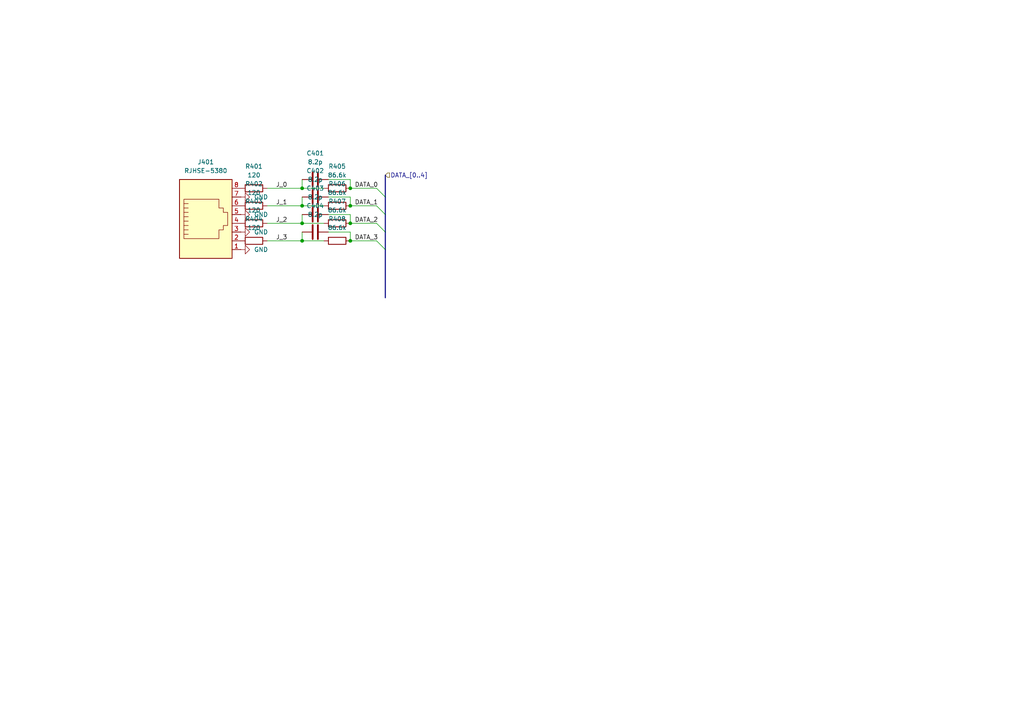
<source format=kicad_sch>
(kicad_sch (version 20231120) (generator "eeschema") (generator_version "8.0")
  (paper "A4")
  (lib_symbols
    (symbol "Connector:RJ45" (pin_names (offset 1.016))
      (property "Reference" "J" (at -5.08 13.97 0))
      (property "Value" "RJ45" (at 2.54 13.97 0))
      (symbol "RJ45_0_1"
        (polyline (pts (xy -5.08 4.445) (xy -6.35 4.445)))
        (polyline (pts (xy -5.08 5.715) (xy -6.35 5.715)))
        (polyline (pts (xy -6.35 -3.175) (xy -5.08 -3.175) (xy -5.08 -3.175)))
        (polyline (pts (xy -6.35 -1.905) (xy -5.08 -1.905) (xy -5.08 -1.905)))
        (polyline (pts (xy -6.35 -0.635) (xy -5.08 -0.635) (xy -5.08 -0.635)))
        (polyline (pts (xy -6.35 0.635) (xy -5.08 0.635) (xy -5.08 0.635)))
        (polyline (pts (xy -6.35 1.905) (xy -5.08 1.905) (xy -5.08 1.905)))
        (polyline (pts (xy -5.08 3.175) (xy -6.35 3.175) (xy -6.35 3.175)))
        (polyline (pts (xy -6.35 -4.445) (xy -6.35 6.985) (xy 3.81 6.985) (xy 3.81 4.445) (xy 5.08 4.445) (xy 5.08 3.175) (xy 6.35 3.175) (xy 6.35 -0.635) (xy 5.08 -0.635) (xy 5.08 -1.905) (xy 3.81 -1.905) (xy 3.81 -4.445) (xy -6.35 -4.445) (xy -6.35 -4.445)))
        (rectangle (start 7.62 12.7) (end -7.62 -10.16) (stroke (width 0.254)) (fill (type background)))
      )
      (symbol "RJ45_1_1"
        (pin passive line (at 10.16 -7.62 180) (length 2.54) (name "~") (number "1"))
        (pin passive line (at 10.16 -5.08 180) (length 2.54) (name "~") (number "2"))
        (pin passive line (at 10.16 -2.54 180) (length 2.54) (name "~") (number "3"))
        (pin passive line (at 10.16 0 180) (length 2.54) (name "~") (number "4"))
        (pin passive line (at 10.16 2.54 180) (length 2.54) (name "~") (number "5"))
        (pin passive line (at 10.16 5.08 180) (length 2.54) (name "~") (number "6"))
        (pin passive line (at 10.16 7.62 180) (length 2.54) (name "~") (number "7"))
        (pin passive line (at 10.16 10.16 180) (length 2.54) (name "~") (number "8"))
      )
    )
    (symbol "Device:C" (pin_numbers hide) (pin_names (offset 0.254))
      (property "Reference" "C" (at 0.635 2.54 0))
      (property "Value" "C" (at 0.635 -2.54 0))
      (symbol "C_0_1"
        (polyline (pts (xy -2.032 -0.762) (xy 2.032 -0.762)) (stroke (width 0.508)))
        (polyline (pts (xy -2.032 0.762) (xy 2.032 0.762)) (stroke (width 0.508)))
      )
      (symbol "C_1_1"
        (pin passive line (at 0 3.81 270) (length 2.794) (name "~") (number "1"))
        (pin passive line (at 0 -3.81 90) (length 2.794) (name "~") (number "2"))
      )
    )
    (symbol "Device:R" (pin_numbers hide) (pin_names (offset 0))
      (property "Reference" "R" (at 2.032 0 90))
      (property "Value" "R" (at 0 0 90))
      (symbol "R_0_1"
        (rectangle (start -1.016 -2.54) (end 1.016 2.54) (stroke (width 0.254)))
      )
      (symbol "R_1_1"
        (pin passive line (at 0 3.81 270) (length 1.27) (name "~") (number "1"))
        (pin passive line (at 0 -3.81 90) (length 1.27) (name "~") (number "2"))
      )
    )
    (symbol "power:GND" (power) (pin_numbers hide) (pin_names (offset 0) hide)
      (property "Value" "GND" (at 0 -3.81 0))
      (symbol "GND_0_1"
        (polyline (pts (xy 0 0) (xy 0 -1.27) (xy 1.27 -1.27) (xy 0 -2.54) (xy -1.27 -1.27) (xy 0 -1.27)))
      )
      (symbol "GND_1_1"
        (pin power_in line (at 0 0 270) (length 0) (name "~") (number "1"))
      )
    )
  )
  (junction (at 87.63 59.69))
  (junction (at 101.6 59.69))
  (junction (at 87.63 64.77))
  (junction (at 87.63 54.61))
  (junction (at 101.6 54.61))
  (junction (at 87.63 69.85))
  (junction (at 101.6 69.85))
  (junction (at 101.6 64.77))
  (bus_entry (at 109.22 54.61) (size 2.54 2.54))
  (bus_entry (at 109.22 69.85) (size 2.54 2.54))
  (bus_entry (at 109.22 64.77) (size 2.54 2.54))
  (bus_entry (at 109.22 59.69) (size 2.54 2.54))
  (wire (pts (xy 87.63 67.31) (xy 87.63 69.85)))
  (wire (pts (xy 87.63 57.15) (xy 87.63 59.69)))
  (wire (pts (xy 77.47 69.85) (xy 87.63 69.85)))
  (bus (pts (xy 111.76 50.8) (xy 111.76 57.15)))
  (wire (pts (xy 101.6 52.07) (xy 101.6 54.61)))
  (wire (pts (xy 101.6 57.15) (xy 101.6 59.69)))
  (wire (pts (xy 87.63 59.69) (xy 93.98 59.69)))
  (wire (pts (xy 95.25 67.31) (xy 101.6 67.31)))
  (wire (pts (xy 77.47 54.61) (xy 87.63 54.61)))
  (wire (pts (xy 101.6 62.23) (xy 101.6 64.77)))
  (wire (pts (xy 87.63 54.61) (xy 93.98 54.61)))
  (wire (pts (xy 87.63 62.23) (xy 87.63 64.77)))
  (wire (pts (xy 87.63 69.85) (xy 93.98 69.85)))
  (wire (pts (xy 101.6 69.85) (xy 109.22 69.85)))
  (wire (pts (xy 87.63 64.77) (xy 93.98 64.77)))
  (bus (pts (xy 111.76 62.23) (xy 111.76 67.31)))
  (wire (pts (xy 101.6 54.61) (xy 109.22 54.61)))
  (bus (pts (xy 111.76 57.15) (xy 111.76 62.23)))
  (wire (pts (xy 101.6 67.31) (xy 101.6 69.85)))
  (wire (pts (xy 95.25 52.07) (xy 101.6 52.07)))
  (wire (pts (xy 77.47 59.69) (xy 87.63 59.69)))
  (wire (pts (xy 101.6 59.69) (xy 109.22 59.69)))
  (wire (pts (xy 77.47 64.77) (xy 87.63 64.77)))
  (bus (pts (xy 111.76 72.39) (xy 111.76 86.36)))
  (wire (pts (xy 95.25 57.15) (xy 101.6 57.15)))
  (wire (pts (xy 95.25 62.23) (xy 101.6 62.23)))
  (wire (pts (xy 87.63 52.07) (xy 87.63 54.61)))
  (bus (pts (xy 111.76 67.31) (xy 111.76 72.39)))
  (wire (pts (xy 101.6 64.77) (xy 109.22 64.77)))
  (label "J_2" (at 80.01 64.77 0))
  (label "DATA_3" (at 102.87 69.85 0))
  (label "J_3" (at 80.01 69.85 0))
  (label "DATA_1" (at 102.87 59.69 0))
  (label "J_0" (at 80.01 54.61 0))
  (label "DATA_0" (at 102.87 54.61 0))
  (label "DATA_2" (at 102.87 64.77 0))
  (label "J_1" (at 80.01 59.69 0))
  (hierarchical_label "DATA_[0..4]" (shape input) (at 111.76 50.8 0))
  (symbol (lib_id "Device:C") (at 91.44 62.23 90) (unit 1)
    (property "Reference" "C403" (at 91.44 54.61 90))
    (property "Value" "8.2p" (at 91.44 57.15 90))
    (property "Footprint" "Resistor_SMD:R_0603_1608Metric" (effects (hide yes)))
    (property "Description" "Unpolarized capacitor" (effects (hide yes)))
    (property "LCSC" "C1634" (effects (hide yes)))
    (instances (project "pmod_ethernet_la" (path "" (reference "C403") (unit 1)) (path "" (reference "C303") (unit 1)) (path "" (reference "C203") (unit 1)) (path "" (reference "C503") (unit 1))))
  )
  (symbol (lib_id "Device:R") (at 73.66 69.85 90) (unit 1)
    (property "Reference" "R404" (at 73.66 63.5 90))
    (property "Value" "120" (at 73.66 66.04 90))
    (property "Footprint" "Resistor_SMD:R_0603_1608Metric" (effects (hide yes)))
    (property "Description" "Resistor" (effects (hide yes)))
    (property "LCSC" "C22787" (effects (hide yes)))
    (instances (project "pmod_ethernet_la" (path "" (reference "R404") (unit 1)) (path "" (reference "R304") (unit 1)) (path "" (reference "R204") (unit 1)) (path "" (reference "R504") (unit 1))))
  )
  (symbol (lib_id "Device:R") (at 97.79 69.85 90) (unit 1)
    (property "Reference" "R408" (at 97.79 63.5 90))
    (property "Value" "86.6k" (at 97.79 66.04 90))
    (property "Footprint" "Resistor_SMD:R_0603_1608Metric" (effects (hide yes)))
    (property "Description" "Resistor" (effects (hide yes)))
    (property "LCSC" "C23254" (effects (hide yes)))
    (instances (project "pmod_ethernet_la" (path "" (reference "R408") (unit 1)) (path "" (reference "R308") (unit 1)) (path "" (reference "R208") (unit 1)) (path "" (reference "R508") (unit 1))))
  )
  (symbol (lib_id "power:GND") (at 69.85 62.23 90) (unit 1)
    (property "Reference" "#PWR0402" (effects (hide yes)))
    (property "Value" "GND" (at 73.66 62.2299 90) (effects (justify right)))
    (property "Description" "Power symbol creates a global label with name \"GND\" , ground" (effects (hide yes)))
    (instances (project "pmod_ethernet_la" (path "" (reference "#PWR0402") (unit 1)) (path "" (reference "#PWR0302") (unit 1)) (path "" (reference "#PWR0202") (unit 1)) (path "" (reference "#PWR0502") (unit 1))))
  )
  (symbol (lib_id "Device:C") (at 91.44 52.07 90) (unit 1)
    (property "Reference" "C401" (at 91.44 44.45 90))
    (property "Value" "8.2p" (at 91.44 46.99 90))
    (property "Footprint" "Resistor_SMD:R_0603_1608Metric" (effects (hide yes)))
    (property "Description" "Unpolarized capacitor" (effects (hide yes)))
    (property "LCSC" "C1634" (effects (hide yes)))
    (instances (project "pmod_ethernet_la" (path "" (reference "C401") (unit 1)) (path "" (reference "C301") (unit 1)) (path "" (reference "C201") (unit 1)) (path "" (reference "C501") (unit 1))))
  )
  (symbol (lib_id "Device:R") (at 73.66 64.77 90) (unit 1)
    (property "Reference" "R403" (at 73.66 58.42 90))
    (property "Value" "120" (at 73.66 60.96 90))
    (property "Footprint" "Resistor_SMD:R_0603_1608Metric" (effects (hide yes)))
    (property "Description" "Resistor" (effects (hide yes)))
    (property "LCSC" "C22787" (effects (hide yes)))
    (instances (project "pmod_ethernet_la" (path "" (reference "R403") (unit 1)) (path "" (reference "R303") (unit 1)) (path "" (reference "R203") (unit 1)) (path "" (reference "R503") (unit 1))))
  )
  (symbol (lib_id "power:GND") (at 69.85 67.31 90) (unit 1)
    (property "Reference" "#PWR0403" (effects (hide yes)))
    (property "Value" "GND" (at 73.66 67.3099 90) (effects (justify right)))
    (property "Description" "Power symbol creates a global label with name \"GND\" , ground" (effects (hide yes)))
    (instances (project "pmod_ethernet_la" (path "" (reference "#PWR0403") (unit 1)) (path "" (reference "#PWR0303") (unit 1)) (path "" (reference "#PWR0203") (unit 1)) (path "" (reference "#PWR0503") (unit 1))))
  )
  (symbol (lib_id "Device:C") (at 91.44 67.31 90) (unit 1)
    (property "Reference" "C404" (at 91.44 59.69 90))
    (property "Value" "8.2p" (at 91.44 62.23 90))
    (property "Footprint" "Resistor_SMD:R_0603_1608Metric" (effects (hide yes)))
    (property "Description" "Unpolarized capacitor" (effects (hide yes)))
    (property "LCSC" "C1634" (effects (hide yes)))
    (instances (project "pmod_ethernet_la" (path "" (reference "C404") (unit 1)) (path "" (reference "C304") (unit 1)) (path "" (reference "C204") (unit 1)) (path "" (reference "C504") (unit 1))))
  )
  (symbol (lib_id "Device:R") (at 73.66 54.61 90) (unit 1)
    (property "Reference" "R401" (at 73.66 48.26 90))
    (property "Value" "120" (at 73.66 50.8 90))
    (property "Footprint" "Resistor_SMD:R_0603_1608Metric" (effects (hide yes)))
    (property "Description" "Resistor" (effects (hide yes)))
    (property "LCSC" "C22787" (effects (hide yes)))
    (instances (project "pmod_ethernet_la" (path "" (reference "R401") (unit 1)) (path "" (reference "R301") (unit 1)) (path "" (reference "R201") (unit 1)) (path "" (reference "R501") (unit 1))))
  )
  (symbol (lib_id "Device:C") (at 91.44 57.15 90) (unit 1)
    (property "Reference" "C402" (at 91.44 49.53 90))
    (property "Value" "8.2p" (at 91.44 52.07 90))
    (property "Footprint" "Resistor_SMD:R_0603_1608Metric" (effects (hide yes)))
    (property "Description" "Unpolarized capacitor" (effects (hide yes)))
    (property "LCSC" "C1634" (effects (hide yes)))
    (instances (project "pmod_ethernet_la" (path "" (reference "C402") (unit 1)) (path "" (reference "C302") (unit 1)) (path "" (reference "C202") (unit 1)) (path "" (reference "C502") (unit 1))))
  )
  (symbol (lib_id "Device:R") (at 97.79 64.77 90) (unit 1)
    (property "Reference" "R407" (at 97.79 58.42 90))
    (property "Value" "86.6k" (at 97.79 60.96 90))
    (property "Footprint" "Resistor_SMD:R_0603_1608Metric" (effects (hide yes)))
    (property "Description" "Resistor" (effects (hide yes)))
    (property "LCSC" "C23254" (effects (hide yes)))
    (instances (project "pmod_ethernet_la" (path "" (reference "R407") (unit 1)) (path "" (reference "R307") (unit 1)) (path "" (reference "R207") (unit 1)) (path "" (reference "R507") (unit 1))))
  )
  (symbol (lib_id "Connector:RJ45") (at 59.69 64.77 0) (unit 1)
    (property "Reference" "J401" (at 59.69 46.99 0))
    (property "Value" "RJHSE-5380" (at 59.69 49.53 0))
    (property "Footprint" "Connector_RJ:RJ45_Amphenol_RJHSE5380" (effects (hide yes)))
    (property "Datasheet" "https://www.digikey.com/en/products/detail/amphenol-cs-commercial-products/RJHSE-5380/1242692" (effects (hide yes)))
    (property "Description" "RJ connector, 8P8C (8 positions 8 connected)" (effects (hide yes)))
    (instances (project "pmod_ethernet_la" (path "" (reference "J401") (unit 1)) (path "" (reference "J301") (unit 1)) (path "" (reference "J201") (unit 1)) (path "" (reference "J501") (unit 1))))
  )
  (symbol (lib_id "power:GND") (at 69.85 72.39 90) (unit 1)
    (property "Reference" "#PWR0404" (effects (hide yes)))
    (property "Value" "GND" (at 73.66 72.3899 90) (effects (justify right)))
    (property "Description" "Power symbol creates a global label with name \"GND\" , ground" (effects (hide yes)))
    (instances (project "pmod_ethernet_la" (path "" (reference "#PWR0404") (unit 1)) (path "" (reference "#PWR0304") (unit 1)) (path "" (reference "#PWR0204") (unit 1)) (path "" (reference "#PWR0504") (unit 1))))
  )
  (symbol (lib_id "Device:R") (at 73.66 59.69 90) (unit 1)
    (property "Reference" "R402" (at 73.66 53.34 90))
    (property "Value" "120" (at 73.66 55.88 90))
    (property "Footprint" "Resistor_SMD:R_0603_1608Metric" (effects (hide yes)))
    (property "Description" "Resistor" (effects (hide yes)))
    (property "LCSC" "C22787" (effects (hide yes)))
    (instances (project "pmod_ethernet_la" (path "" (reference "R402") (unit 1)) (path "" (reference "R302") (unit 1)) (path "" (reference "R202") (unit 1)) (path "" (reference "R502") (unit 1))))
  )
  (symbol (lib_id "Device:R") (at 97.79 54.61 90) (unit 1)
    (property "Reference" "R405" (at 97.79 48.26 90))
    (property "Value" "86.6k" (at 97.79 50.8 90))
    (property "Footprint" "Resistor_SMD:R_0603_1608Metric" (effects (hide yes)))
    (property "Description" "Resistor" (effects (hide yes)))
    (property "LCSC" "C23254" (effects (hide yes)))
    (instances (project "pmod_ethernet_la" (path "" (reference "R405") (unit 1)) (path "" (reference "R305") (unit 1)) (path "" (reference "R205") (unit 1)) (path "" (reference "R505") (unit 1))))
  )
  (symbol (lib_id "power:GND") (at 69.85 57.15 90) (unit 1)
    (property "Reference" "#PWR0401" (effects (hide yes)))
    (property "Value" "GND" (at 73.66 57.1499 90) (effects (justify right)))
    (property "Description" "Power symbol creates a global label with name \"GND\" , ground" (effects (hide yes)))
    (instances (project "pmod_ethernet_la" (path "" (reference "#PWR0401") (unit 1)) (path "" (reference "#PWR0301") (unit 1)) (path "" (reference "#PWR0201") (unit 1)) (path "" (reference "#PWR0501") (unit 1))))
  )
  (symbol (lib_id "Device:R") (at 97.79 59.69 90) (unit 1)
    (property "Reference" "R406" (at 97.79 53.34 90))
    (property "Value" "86.6k" (at 97.79 55.88 90))
    (property "Footprint" "Resistor_SMD:R_0603_1608Metric" (effects (hide yes)))
    (property "Description" "Resistor" (effects (hide yes)))
    (property "LCSC" "C23254" (effects (hide yes)))
    (instances (project "pmod_ethernet_la" (path "" (reference "R406") (unit 1)) (path "" (reference "R306") (unit 1)) (path "" (reference "R206") (unit 1)) (path "" (reference "R506") (unit 1))))
  )
)
</source>
